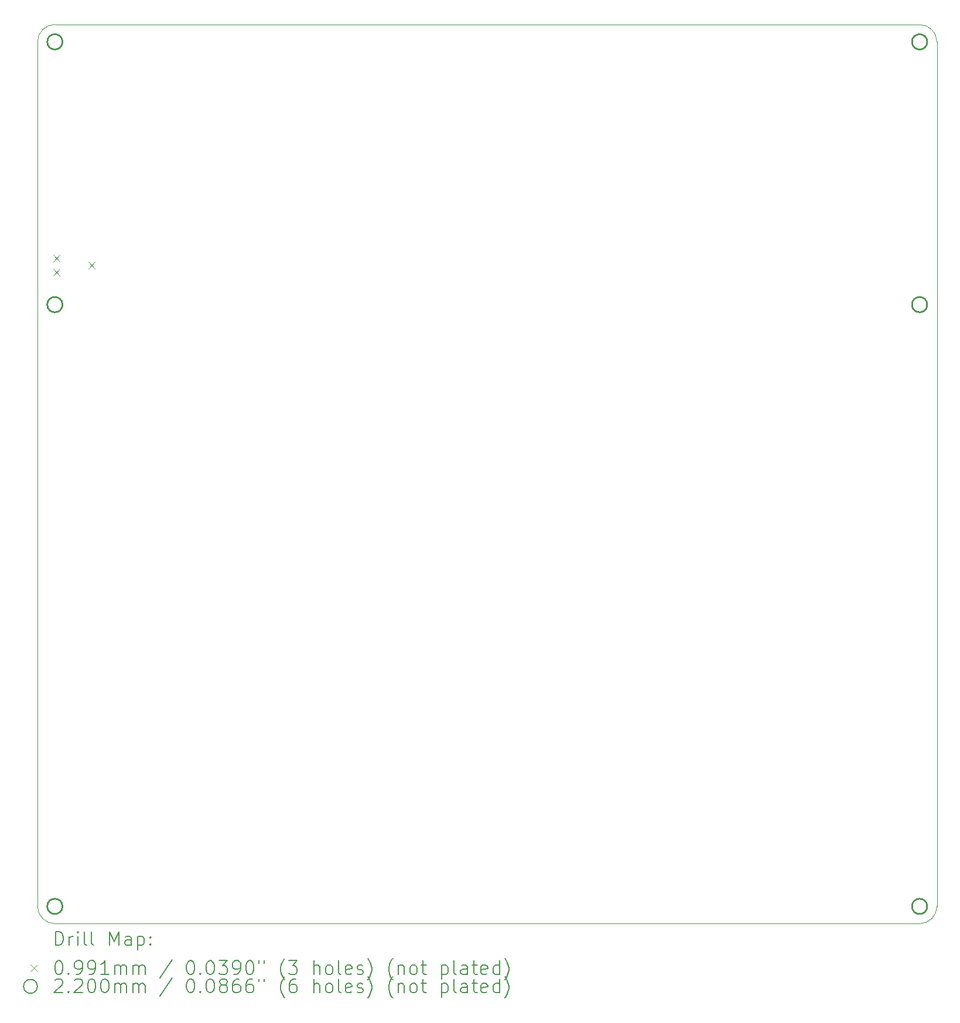
<source format=gbr>
%TF.GenerationSoftware,KiCad,Pcbnew,9.0.0*%
%TF.CreationDate,2025-03-20T12:53:02+01:00*%
%TF.ProjectId,backlight,6261636b-6c69-4676-9874-2e6b69636164,rev?*%
%TF.SameCoordinates,Original*%
%TF.FileFunction,Drillmap*%
%TF.FilePolarity,Positive*%
%FSLAX45Y45*%
G04 Gerber Fmt 4.5, Leading zero omitted, Abs format (unit mm)*
G04 Created by KiCad (PCBNEW 9.0.0) date 2025-03-20 12:53:02*
%MOMM*%
%LPD*%
G01*
G04 APERTURE LIST*
%ADD10C,0.050000*%
%ADD11C,0.200000*%
%ADD12C,0.100000*%
%ADD13C,0.220000*%
G04 APERTURE END LIST*
D10*
X5300000Y-2125000D02*
X17800000Y-2125000D01*
X17800000Y-15125000D02*
X5300000Y-15125000D01*
X5300000Y-15125000D02*
G75*
G02*
X5050000Y-14875000I0J250000D01*
G01*
X17800000Y-2125000D02*
G75*
G02*
X18050000Y-2375000I0J-250000D01*
G01*
X5050000Y-2375000D02*
G75*
G02*
X5300000Y-2125000I250000J0D01*
G01*
X5050000Y-14875000D02*
X5050000Y-2375000D01*
X18050000Y-2375000D02*
X18050000Y-14875000D01*
X18050000Y-14875000D02*
G75*
G02*
X17800000Y-15125000I-250000J0D01*
G01*
D11*
D12*
X5274570Y-5456270D02*
X5373630Y-5555330D01*
X5373630Y-5456270D02*
X5274570Y-5555330D01*
X5274570Y-5659470D02*
X5373630Y-5758530D01*
X5373630Y-5659470D02*
X5274570Y-5758530D01*
X5782570Y-5557870D02*
X5881630Y-5656930D01*
X5881630Y-5557870D02*
X5782570Y-5656930D01*
D13*
X5410000Y-2375000D02*
G75*
G02*
X5190000Y-2375000I-110000J0D01*
G01*
X5190000Y-2375000D02*
G75*
G02*
X5410000Y-2375000I110000J0D01*
G01*
X5410000Y-6175000D02*
G75*
G02*
X5190000Y-6175000I-110000J0D01*
G01*
X5190000Y-6175000D02*
G75*
G02*
X5410000Y-6175000I110000J0D01*
G01*
X5410000Y-14875000D02*
G75*
G02*
X5190000Y-14875000I-110000J0D01*
G01*
X5190000Y-14875000D02*
G75*
G02*
X5410000Y-14875000I110000J0D01*
G01*
X17910000Y-2375000D02*
G75*
G02*
X17690000Y-2375000I-110000J0D01*
G01*
X17690000Y-2375000D02*
G75*
G02*
X17910000Y-2375000I110000J0D01*
G01*
X17910000Y-6175000D02*
G75*
G02*
X17690000Y-6175000I-110000J0D01*
G01*
X17690000Y-6175000D02*
G75*
G02*
X17910000Y-6175000I110000J0D01*
G01*
X17910000Y-14875000D02*
G75*
G02*
X17690000Y-14875000I-110000J0D01*
G01*
X17690000Y-14875000D02*
G75*
G02*
X17910000Y-14875000I110000J0D01*
G01*
D11*
X5308277Y-15438984D02*
X5308277Y-15238984D01*
X5308277Y-15238984D02*
X5355896Y-15238984D01*
X5355896Y-15238984D02*
X5384467Y-15248508D01*
X5384467Y-15248508D02*
X5403515Y-15267555D01*
X5403515Y-15267555D02*
X5413039Y-15286603D01*
X5413039Y-15286603D02*
X5422563Y-15324698D01*
X5422563Y-15324698D02*
X5422563Y-15353269D01*
X5422563Y-15353269D02*
X5413039Y-15391365D01*
X5413039Y-15391365D02*
X5403515Y-15410412D01*
X5403515Y-15410412D02*
X5384467Y-15429460D01*
X5384467Y-15429460D02*
X5355896Y-15438984D01*
X5355896Y-15438984D02*
X5308277Y-15438984D01*
X5508277Y-15438984D02*
X5508277Y-15305650D01*
X5508277Y-15343746D02*
X5517801Y-15324698D01*
X5517801Y-15324698D02*
X5527324Y-15315174D01*
X5527324Y-15315174D02*
X5546372Y-15305650D01*
X5546372Y-15305650D02*
X5565420Y-15305650D01*
X5632086Y-15438984D02*
X5632086Y-15305650D01*
X5632086Y-15238984D02*
X5622562Y-15248508D01*
X5622562Y-15248508D02*
X5632086Y-15258031D01*
X5632086Y-15258031D02*
X5641610Y-15248508D01*
X5641610Y-15248508D02*
X5632086Y-15238984D01*
X5632086Y-15238984D02*
X5632086Y-15258031D01*
X5755896Y-15438984D02*
X5736848Y-15429460D01*
X5736848Y-15429460D02*
X5727324Y-15410412D01*
X5727324Y-15410412D02*
X5727324Y-15238984D01*
X5860658Y-15438984D02*
X5841610Y-15429460D01*
X5841610Y-15429460D02*
X5832086Y-15410412D01*
X5832086Y-15410412D02*
X5832086Y-15238984D01*
X6089229Y-15438984D02*
X6089229Y-15238984D01*
X6089229Y-15238984D02*
X6155896Y-15381841D01*
X6155896Y-15381841D02*
X6222562Y-15238984D01*
X6222562Y-15238984D02*
X6222562Y-15438984D01*
X6403515Y-15438984D02*
X6403515Y-15334222D01*
X6403515Y-15334222D02*
X6393991Y-15315174D01*
X6393991Y-15315174D02*
X6374943Y-15305650D01*
X6374943Y-15305650D02*
X6336848Y-15305650D01*
X6336848Y-15305650D02*
X6317801Y-15315174D01*
X6403515Y-15429460D02*
X6384467Y-15438984D01*
X6384467Y-15438984D02*
X6336848Y-15438984D01*
X6336848Y-15438984D02*
X6317801Y-15429460D01*
X6317801Y-15429460D02*
X6308277Y-15410412D01*
X6308277Y-15410412D02*
X6308277Y-15391365D01*
X6308277Y-15391365D02*
X6317801Y-15372317D01*
X6317801Y-15372317D02*
X6336848Y-15362793D01*
X6336848Y-15362793D02*
X6384467Y-15362793D01*
X6384467Y-15362793D02*
X6403515Y-15353269D01*
X6498753Y-15305650D02*
X6498753Y-15505650D01*
X6498753Y-15315174D02*
X6517801Y-15305650D01*
X6517801Y-15305650D02*
X6555896Y-15305650D01*
X6555896Y-15305650D02*
X6574943Y-15315174D01*
X6574943Y-15315174D02*
X6584467Y-15324698D01*
X6584467Y-15324698D02*
X6593991Y-15343746D01*
X6593991Y-15343746D02*
X6593991Y-15400888D01*
X6593991Y-15400888D02*
X6584467Y-15419936D01*
X6584467Y-15419936D02*
X6574943Y-15429460D01*
X6574943Y-15429460D02*
X6555896Y-15438984D01*
X6555896Y-15438984D02*
X6517801Y-15438984D01*
X6517801Y-15438984D02*
X6498753Y-15429460D01*
X6679705Y-15419936D02*
X6689229Y-15429460D01*
X6689229Y-15429460D02*
X6679705Y-15438984D01*
X6679705Y-15438984D02*
X6670182Y-15429460D01*
X6670182Y-15429460D02*
X6679705Y-15419936D01*
X6679705Y-15419936D02*
X6679705Y-15438984D01*
X6679705Y-15315174D02*
X6689229Y-15324698D01*
X6689229Y-15324698D02*
X6679705Y-15334222D01*
X6679705Y-15334222D02*
X6670182Y-15324698D01*
X6670182Y-15324698D02*
X6679705Y-15315174D01*
X6679705Y-15315174D02*
X6679705Y-15334222D01*
D12*
X4948440Y-15717970D02*
X5047500Y-15817030D01*
X5047500Y-15717970D02*
X4948440Y-15817030D01*
D11*
X5346372Y-15658984D02*
X5365420Y-15658984D01*
X5365420Y-15658984D02*
X5384467Y-15668508D01*
X5384467Y-15668508D02*
X5393991Y-15678031D01*
X5393991Y-15678031D02*
X5403515Y-15697079D01*
X5403515Y-15697079D02*
X5413039Y-15735174D01*
X5413039Y-15735174D02*
X5413039Y-15782793D01*
X5413039Y-15782793D02*
X5403515Y-15820888D01*
X5403515Y-15820888D02*
X5393991Y-15839936D01*
X5393991Y-15839936D02*
X5384467Y-15849460D01*
X5384467Y-15849460D02*
X5365420Y-15858984D01*
X5365420Y-15858984D02*
X5346372Y-15858984D01*
X5346372Y-15858984D02*
X5327324Y-15849460D01*
X5327324Y-15849460D02*
X5317801Y-15839936D01*
X5317801Y-15839936D02*
X5308277Y-15820888D01*
X5308277Y-15820888D02*
X5298753Y-15782793D01*
X5298753Y-15782793D02*
X5298753Y-15735174D01*
X5298753Y-15735174D02*
X5308277Y-15697079D01*
X5308277Y-15697079D02*
X5317801Y-15678031D01*
X5317801Y-15678031D02*
X5327324Y-15668508D01*
X5327324Y-15668508D02*
X5346372Y-15658984D01*
X5498753Y-15839936D02*
X5508277Y-15849460D01*
X5508277Y-15849460D02*
X5498753Y-15858984D01*
X5498753Y-15858984D02*
X5489229Y-15849460D01*
X5489229Y-15849460D02*
X5498753Y-15839936D01*
X5498753Y-15839936D02*
X5498753Y-15858984D01*
X5603515Y-15858984D02*
X5641610Y-15858984D01*
X5641610Y-15858984D02*
X5660658Y-15849460D01*
X5660658Y-15849460D02*
X5670182Y-15839936D01*
X5670182Y-15839936D02*
X5689229Y-15811365D01*
X5689229Y-15811365D02*
X5698753Y-15773269D01*
X5698753Y-15773269D02*
X5698753Y-15697079D01*
X5698753Y-15697079D02*
X5689229Y-15678031D01*
X5689229Y-15678031D02*
X5679705Y-15668508D01*
X5679705Y-15668508D02*
X5660658Y-15658984D01*
X5660658Y-15658984D02*
X5622562Y-15658984D01*
X5622562Y-15658984D02*
X5603515Y-15668508D01*
X5603515Y-15668508D02*
X5593991Y-15678031D01*
X5593991Y-15678031D02*
X5584467Y-15697079D01*
X5584467Y-15697079D02*
X5584467Y-15744698D01*
X5584467Y-15744698D02*
X5593991Y-15763746D01*
X5593991Y-15763746D02*
X5603515Y-15773269D01*
X5603515Y-15773269D02*
X5622562Y-15782793D01*
X5622562Y-15782793D02*
X5660658Y-15782793D01*
X5660658Y-15782793D02*
X5679705Y-15773269D01*
X5679705Y-15773269D02*
X5689229Y-15763746D01*
X5689229Y-15763746D02*
X5698753Y-15744698D01*
X5793991Y-15858984D02*
X5832086Y-15858984D01*
X5832086Y-15858984D02*
X5851134Y-15849460D01*
X5851134Y-15849460D02*
X5860658Y-15839936D01*
X5860658Y-15839936D02*
X5879705Y-15811365D01*
X5879705Y-15811365D02*
X5889229Y-15773269D01*
X5889229Y-15773269D02*
X5889229Y-15697079D01*
X5889229Y-15697079D02*
X5879705Y-15678031D01*
X5879705Y-15678031D02*
X5870182Y-15668508D01*
X5870182Y-15668508D02*
X5851134Y-15658984D01*
X5851134Y-15658984D02*
X5813039Y-15658984D01*
X5813039Y-15658984D02*
X5793991Y-15668508D01*
X5793991Y-15668508D02*
X5784467Y-15678031D01*
X5784467Y-15678031D02*
X5774943Y-15697079D01*
X5774943Y-15697079D02*
X5774943Y-15744698D01*
X5774943Y-15744698D02*
X5784467Y-15763746D01*
X5784467Y-15763746D02*
X5793991Y-15773269D01*
X5793991Y-15773269D02*
X5813039Y-15782793D01*
X5813039Y-15782793D02*
X5851134Y-15782793D01*
X5851134Y-15782793D02*
X5870182Y-15773269D01*
X5870182Y-15773269D02*
X5879705Y-15763746D01*
X5879705Y-15763746D02*
X5889229Y-15744698D01*
X6079705Y-15858984D02*
X5965420Y-15858984D01*
X6022562Y-15858984D02*
X6022562Y-15658984D01*
X6022562Y-15658984D02*
X6003515Y-15687555D01*
X6003515Y-15687555D02*
X5984467Y-15706603D01*
X5984467Y-15706603D02*
X5965420Y-15716127D01*
X6165420Y-15858984D02*
X6165420Y-15725650D01*
X6165420Y-15744698D02*
X6174943Y-15735174D01*
X6174943Y-15735174D02*
X6193991Y-15725650D01*
X6193991Y-15725650D02*
X6222563Y-15725650D01*
X6222563Y-15725650D02*
X6241610Y-15735174D01*
X6241610Y-15735174D02*
X6251134Y-15754222D01*
X6251134Y-15754222D02*
X6251134Y-15858984D01*
X6251134Y-15754222D02*
X6260658Y-15735174D01*
X6260658Y-15735174D02*
X6279705Y-15725650D01*
X6279705Y-15725650D02*
X6308277Y-15725650D01*
X6308277Y-15725650D02*
X6327324Y-15735174D01*
X6327324Y-15735174D02*
X6336848Y-15754222D01*
X6336848Y-15754222D02*
X6336848Y-15858984D01*
X6432086Y-15858984D02*
X6432086Y-15725650D01*
X6432086Y-15744698D02*
X6441610Y-15735174D01*
X6441610Y-15735174D02*
X6460658Y-15725650D01*
X6460658Y-15725650D02*
X6489229Y-15725650D01*
X6489229Y-15725650D02*
X6508277Y-15735174D01*
X6508277Y-15735174D02*
X6517801Y-15754222D01*
X6517801Y-15754222D02*
X6517801Y-15858984D01*
X6517801Y-15754222D02*
X6527324Y-15735174D01*
X6527324Y-15735174D02*
X6546372Y-15725650D01*
X6546372Y-15725650D02*
X6574943Y-15725650D01*
X6574943Y-15725650D02*
X6593991Y-15735174D01*
X6593991Y-15735174D02*
X6603515Y-15754222D01*
X6603515Y-15754222D02*
X6603515Y-15858984D01*
X6993991Y-15649460D02*
X6822563Y-15906603D01*
X7251134Y-15658984D02*
X7270182Y-15658984D01*
X7270182Y-15658984D02*
X7289229Y-15668508D01*
X7289229Y-15668508D02*
X7298753Y-15678031D01*
X7298753Y-15678031D02*
X7308277Y-15697079D01*
X7308277Y-15697079D02*
X7317801Y-15735174D01*
X7317801Y-15735174D02*
X7317801Y-15782793D01*
X7317801Y-15782793D02*
X7308277Y-15820888D01*
X7308277Y-15820888D02*
X7298753Y-15839936D01*
X7298753Y-15839936D02*
X7289229Y-15849460D01*
X7289229Y-15849460D02*
X7270182Y-15858984D01*
X7270182Y-15858984D02*
X7251134Y-15858984D01*
X7251134Y-15858984D02*
X7232086Y-15849460D01*
X7232086Y-15849460D02*
X7222563Y-15839936D01*
X7222563Y-15839936D02*
X7213039Y-15820888D01*
X7213039Y-15820888D02*
X7203515Y-15782793D01*
X7203515Y-15782793D02*
X7203515Y-15735174D01*
X7203515Y-15735174D02*
X7213039Y-15697079D01*
X7213039Y-15697079D02*
X7222563Y-15678031D01*
X7222563Y-15678031D02*
X7232086Y-15668508D01*
X7232086Y-15668508D02*
X7251134Y-15658984D01*
X7403515Y-15839936D02*
X7413039Y-15849460D01*
X7413039Y-15849460D02*
X7403515Y-15858984D01*
X7403515Y-15858984D02*
X7393991Y-15849460D01*
X7393991Y-15849460D02*
X7403515Y-15839936D01*
X7403515Y-15839936D02*
X7403515Y-15858984D01*
X7536848Y-15658984D02*
X7555896Y-15658984D01*
X7555896Y-15658984D02*
X7574944Y-15668508D01*
X7574944Y-15668508D02*
X7584467Y-15678031D01*
X7584467Y-15678031D02*
X7593991Y-15697079D01*
X7593991Y-15697079D02*
X7603515Y-15735174D01*
X7603515Y-15735174D02*
X7603515Y-15782793D01*
X7603515Y-15782793D02*
X7593991Y-15820888D01*
X7593991Y-15820888D02*
X7584467Y-15839936D01*
X7584467Y-15839936D02*
X7574944Y-15849460D01*
X7574944Y-15849460D02*
X7555896Y-15858984D01*
X7555896Y-15858984D02*
X7536848Y-15858984D01*
X7536848Y-15858984D02*
X7517801Y-15849460D01*
X7517801Y-15849460D02*
X7508277Y-15839936D01*
X7508277Y-15839936D02*
X7498753Y-15820888D01*
X7498753Y-15820888D02*
X7489229Y-15782793D01*
X7489229Y-15782793D02*
X7489229Y-15735174D01*
X7489229Y-15735174D02*
X7498753Y-15697079D01*
X7498753Y-15697079D02*
X7508277Y-15678031D01*
X7508277Y-15678031D02*
X7517801Y-15668508D01*
X7517801Y-15668508D02*
X7536848Y-15658984D01*
X7670182Y-15658984D02*
X7793991Y-15658984D01*
X7793991Y-15658984D02*
X7727325Y-15735174D01*
X7727325Y-15735174D02*
X7755896Y-15735174D01*
X7755896Y-15735174D02*
X7774944Y-15744698D01*
X7774944Y-15744698D02*
X7784467Y-15754222D01*
X7784467Y-15754222D02*
X7793991Y-15773269D01*
X7793991Y-15773269D02*
X7793991Y-15820888D01*
X7793991Y-15820888D02*
X7784467Y-15839936D01*
X7784467Y-15839936D02*
X7774944Y-15849460D01*
X7774944Y-15849460D02*
X7755896Y-15858984D01*
X7755896Y-15858984D02*
X7698753Y-15858984D01*
X7698753Y-15858984D02*
X7679706Y-15849460D01*
X7679706Y-15849460D02*
X7670182Y-15839936D01*
X7889229Y-15858984D02*
X7927325Y-15858984D01*
X7927325Y-15858984D02*
X7946372Y-15849460D01*
X7946372Y-15849460D02*
X7955896Y-15839936D01*
X7955896Y-15839936D02*
X7974944Y-15811365D01*
X7974944Y-15811365D02*
X7984467Y-15773269D01*
X7984467Y-15773269D02*
X7984467Y-15697079D01*
X7984467Y-15697079D02*
X7974944Y-15678031D01*
X7974944Y-15678031D02*
X7965420Y-15668508D01*
X7965420Y-15668508D02*
X7946372Y-15658984D01*
X7946372Y-15658984D02*
X7908277Y-15658984D01*
X7908277Y-15658984D02*
X7889229Y-15668508D01*
X7889229Y-15668508D02*
X7879706Y-15678031D01*
X7879706Y-15678031D02*
X7870182Y-15697079D01*
X7870182Y-15697079D02*
X7870182Y-15744698D01*
X7870182Y-15744698D02*
X7879706Y-15763746D01*
X7879706Y-15763746D02*
X7889229Y-15773269D01*
X7889229Y-15773269D02*
X7908277Y-15782793D01*
X7908277Y-15782793D02*
X7946372Y-15782793D01*
X7946372Y-15782793D02*
X7965420Y-15773269D01*
X7965420Y-15773269D02*
X7974944Y-15763746D01*
X7974944Y-15763746D02*
X7984467Y-15744698D01*
X8108277Y-15658984D02*
X8127325Y-15658984D01*
X8127325Y-15658984D02*
X8146372Y-15668508D01*
X8146372Y-15668508D02*
X8155896Y-15678031D01*
X8155896Y-15678031D02*
X8165420Y-15697079D01*
X8165420Y-15697079D02*
X8174944Y-15735174D01*
X8174944Y-15735174D02*
X8174944Y-15782793D01*
X8174944Y-15782793D02*
X8165420Y-15820888D01*
X8165420Y-15820888D02*
X8155896Y-15839936D01*
X8155896Y-15839936D02*
X8146372Y-15849460D01*
X8146372Y-15849460D02*
X8127325Y-15858984D01*
X8127325Y-15858984D02*
X8108277Y-15858984D01*
X8108277Y-15858984D02*
X8089229Y-15849460D01*
X8089229Y-15849460D02*
X8079706Y-15839936D01*
X8079706Y-15839936D02*
X8070182Y-15820888D01*
X8070182Y-15820888D02*
X8060658Y-15782793D01*
X8060658Y-15782793D02*
X8060658Y-15735174D01*
X8060658Y-15735174D02*
X8070182Y-15697079D01*
X8070182Y-15697079D02*
X8079706Y-15678031D01*
X8079706Y-15678031D02*
X8089229Y-15668508D01*
X8089229Y-15668508D02*
X8108277Y-15658984D01*
X8251134Y-15658984D02*
X8251134Y-15697079D01*
X8327325Y-15658984D02*
X8327325Y-15697079D01*
X8622563Y-15935174D02*
X8613039Y-15925650D01*
X8613039Y-15925650D02*
X8593991Y-15897079D01*
X8593991Y-15897079D02*
X8584468Y-15878031D01*
X8584468Y-15878031D02*
X8574944Y-15849460D01*
X8574944Y-15849460D02*
X8565420Y-15801841D01*
X8565420Y-15801841D02*
X8565420Y-15763746D01*
X8565420Y-15763746D02*
X8574944Y-15716127D01*
X8574944Y-15716127D02*
X8584468Y-15687555D01*
X8584468Y-15687555D02*
X8593991Y-15668508D01*
X8593991Y-15668508D02*
X8613039Y-15639936D01*
X8613039Y-15639936D02*
X8622563Y-15630412D01*
X8679706Y-15658984D02*
X8803515Y-15658984D01*
X8803515Y-15658984D02*
X8736849Y-15735174D01*
X8736849Y-15735174D02*
X8765420Y-15735174D01*
X8765420Y-15735174D02*
X8784468Y-15744698D01*
X8784468Y-15744698D02*
X8793991Y-15754222D01*
X8793991Y-15754222D02*
X8803515Y-15773269D01*
X8803515Y-15773269D02*
X8803515Y-15820888D01*
X8803515Y-15820888D02*
X8793991Y-15839936D01*
X8793991Y-15839936D02*
X8784468Y-15849460D01*
X8784468Y-15849460D02*
X8765420Y-15858984D01*
X8765420Y-15858984D02*
X8708277Y-15858984D01*
X8708277Y-15858984D02*
X8689230Y-15849460D01*
X8689230Y-15849460D02*
X8679706Y-15839936D01*
X9041611Y-15858984D02*
X9041611Y-15658984D01*
X9127325Y-15858984D02*
X9127325Y-15754222D01*
X9127325Y-15754222D02*
X9117801Y-15735174D01*
X9117801Y-15735174D02*
X9098753Y-15725650D01*
X9098753Y-15725650D02*
X9070182Y-15725650D01*
X9070182Y-15725650D02*
X9051134Y-15735174D01*
X9051134Y-15735174D02*
X9041611Y-15744698D01*
X9251134Y-15858984D02*
X9232087Y-15849460D01*
X9232087Y-15849460D02*
X9222563Y-15839936D01*
X9222563Y-15839936D02*
X9213039Y-15820888D01*
X9213039Y-15820888D02*
X9213039Y-15763746D01*
X9213039Y-15763746D02*
X9222563Y-15744698D01*
X9222563Y-15744698D02*
X9232087Y-15735174D01*
X9232087Y-15735174D02*
X9251134Y-15725650D01*
X9251134Y-15725650D02*
X9279706Y-15725650D01*
X9279706Y-15725650D02*
X9298753Y-15735174D01*
X9298753Y-15735174D02*
X9308277Y-15744698D01*
X9308277Y-15744698D02*
X9317801Y-15763746D01*
X9317801Y-15763746D02*
X9317801Y-15820888D01*
X9317801Y-15820888D02*
X9308277Y-15839936D01*
X9308277Y-15839936D02*
X9298753Y-15849460D01*
X9298753Y-15849460D02*
X9279706Y-15858984D01*
X9279706Y-15858984D02*
X9251134Y-15858984D01*
X9432087Y-15858984D02*
X9413039Y-15849460D01*
X9413039Y-15849460D02*
X9403515Y-15830412D01*
X9403515Y-15830412D02*
X9403515Y-15658984D01*
X9584468Y-15849460D02*
X9565420Y-15858984D01*
X9565420Y-15858984D02*
X9527325Y-15858984D01*
X9527325Y-15858984D02*
X9508277Y-15849460D01*
X9508277Y-15849460D02*
X9498753Y-15830412D01*
X9498753Y-15830412D02*
X9498753Y-15754222D01*
X9498753Y-15754222D02*
X9508277Y-15735174D01*
X9508277Y-15735174D02*
X9527325Y-15725650D01*
X9527325Y-15725650D02*
X9565420Y-15725650D01*
X9565420Y-15725650D02*
X9584468Y-15735174D01*
X9584468Y-15735174D02*
X9593992Y-15754222D01*
X9593992Y-15754222D02*
X9593992Y-15773269D01*
X9593992Y-15773269D02*
X9498753Y-15792317D01*
X9670182Y-15849460D02*
X9689230Y-15858984D01*
X9689230Y-15858984D02*
X9727325Y-15858984D01*
X9727325Y-15858984D02*
X9746373Y-15849460D01*
X9746373Y-15849460D02*
X9755896Y-15830412D01*
X9755896Y-15830412D02*
X9755896Y-15820888D01*
X9755896Y-15820888D02*
X9746373Y-15801841D01*
X9746373Y-15801841D02*
X9727325Y-15792317D01*
X9727325Y-15792317D02*
X9698753Y-15792317D01*
X9698753Y-15792317D02*
X9679706Y-15782793D01*
X9679706Y-15782793D02*
X9670182Y-15763746D01*
X9670182Y-15763746D02*
X9670182Y-15754222D01*
X9670182Y-15754222D02*
X9679706Y-15735174D01*
X9679706Y-15735174D02*
X9698753Y-15725650D01*
X9698753Y-15725650D02*
X9727325Y-15725650D01*
X9727325Y-15725650D02*
X9746373Y-15735174D01*
X9822563Y-15935174D02*
X9832087Y-15925650D01*
X9832087Y-15925650D02*
X9851134Y-15897079D01*
X9851134Y-15897079D02*
X9860658Y-15878031D01*
X9860658Y-15878031D02*
X9870182Y-15849460D01*
X9870182Y-15849460D02*
X9879706Y-15801841D01*
X9879706Y-15801841D02*
X9879706Y-15763746D01*
X9879706Y-15763746D02*
X9870182Y-15716127D01*
X9870182Y-15716127D02*
X9860658Y-15687555D01*
X9860658Y-15687555D02*
X9851134Y-15668508D01*
X9851134Y-15668508D02*
X9832087Y-15639936D01*
X9832087Y-15639936D02*
X9822563Y-15630412D01*
X10184468Y-15935174D02*
X10174944Y-15925650D01*
X10174944Y-15925650D02*
X10155896Y-15897079D01*
X10155896Y-15897079D02*
X10146373Y-15878031D01*
X10146373Y-15878031D02*
X10136849Y-15849460D01*
X10136849Y-15849460D02*
X10127325Y-15801841D01*
X10127325Y-15801841D02*
X10127325Y-15763746D01*
X10127325Y-15763746D02*
X10136849Y-15716127D01*
X10136849Y-15716127D02*
X10146373Y-15687555D01*
X10146373Y-15687555D02*
X10155896Y-15668508D01*
X10155896Y-15668508D02*
X10174944Y-15639936D01*
X10174944Y-15639936D02*
X10184468Y-15630412D01*
X10260658Y-15725650D02*
X10260658Y-15858984D01*
X10260658Y-15744698D02*
X10270182Y-15735174D01*
X10270182Y-15735174D02*
X10289230Y-15725650D01*
X10289230Y-15725650D02*
X10317801Y-15725650D01*
X10317801Y-15725650D02*
X10336849Y-15735174D01*
X10336849Y-15735174D02*
X10346373Y-15754222D01*
X10346373Y-15754222D02*
X10346373Y-15858984D01*
X10470182Y-15858984D02*
X10451134Y-15849460D01*
X10451134Y-15849460D02*
X10441611Y-15839936D01*
X10441611Y-15839936D02*
X10432087Y-15820888D01*
X10432087Y-15820888D02*
X10432087Y-15763746D01*
X10432087Y-15763746D02*
X10441611Y-15744698D01*
X10441611Y-15744698D02*
X10451134Y-15735174D01*
X10451134Y-15735174D02*
X10470182Y-15725650D01*
X10470182Y-15725650D02*
X10498754Y-15725650D01*
X10498754Y-15725650D02*
X10517801Y-15735174D01*
X10517801Y-15735174D02*
X10527325Y-15744698D01*
X10527325Y-15744698D02*
X10536849Y-15763746D01*
X10536849Y-15763746D02*
X10536849Y-15820888D01*
X10536849Y-15820888D02*
X10527325Y-15839936D01*
X10527325Y-15839936D02*
X10517801Y-15849460D01*
X10517801Y-15849460D02*
X10498754Y-15858984D01*
X10498754Y-15858984D02*
X10470182Y-15858984D01*
X10593992Y-15725650D02*
X10670182Y-15725650D01*
X10622563Y-15658984D02*
X10622563Y-15830412D01*
X10622563Y-15830412D02*
X10632087Y-15849460D01*
X10632087Y-15849460D02*
X10651134Y-15858984D01*
X10651134Y-15858984D02*
X10670182Y-15858984D01*
X10889230Y-15725650D02*
X10889230Y-15925650D01*
X10889230Y-15735174D02*
X10908277Y-15725650D01*
X10908277Y-15725650D02*
X10946373Y-15725650D01*
X10946373Y-15725650D02*
X10965420Y-15735174D01*
X10965420Y-15735174D02*
X10974944Y-15744698D01*
X10974944Y-15744698D02*
X10984468Y-15763746D01*
X10984468Y-15763746D02*
X10984468Y-15820888D01*
X10984468Y-15820888D02*
X10974944Y-15839936D01*
X10974944Y-15839936D02*
X10965420Y-15849460D01*
X10965420Y-15849460D02*
X10946373Y-15858984D01*
X10946373Y-15858984D02*
X10908277Y-15858984D01*
X10908277Y-15858984D02*
X10889230Y-15849460D01*
X11098754Y-15858984D02*
X11079706Y-15849460D01*
X11079706Y-15849460D02*
X11070182Y-15830412D01*
X11070182Y-15830412D02*
X11070182Y-15658984D01*
X11260658Y-15858984D02*
X11260658Y-15754222D01*
X11260658Y-15754222D02*
X11251134Y-15735174D01*
X11251134Y-15735174D02*
X11232087Y-15725650D01*
X11232087Y-15725650D02*
X11193992Y-15725650D01*
X11193992Y-15725650D02*
X11174944Y-15735174D01*
X11260658Y-15849460D02*
X11241611Y-15858984D01*
X11241611Y-15858984D02*
X11193992Y-15858984D01*
X11193992Y-15858984D02*
X11174944Y-15849460D01*
X11174944Y-15849460D02*
X11165420Y-15830412D01*
X11165420Y-15830412D02*
X11165420Y-15811365D01*
X11165420Y-15811365D02*
X11174944Y-15792317D01*
X11174944Y-15792317D02*
X11193992Y-15782793D01*
X11193992Y-15782793D02*
X11241611Y-15782793D01*
X11241611Y-15782793D02*
X11260658Y-15773269D01*
X11327325Y-15725650D02*
X11403515Y-15725650D01*
X11355896Y-15658984D02*
X11355896Y-15830412D01*
X11355896Y-15830412D02*
X11365420Y-15849460D01*
X11365420Y-15849460D02*
X11384468Y-15858984D01*
X11384468Y-15858984D02*
X11403515Y-15858984D01*
X11546373Y-15849460D02*
X11527325Y-15858984D01*
X11527325Y-15858984D02*
X11489230Y-15858984D01*
X11489230Y-15858984D02*
X11470182Y-15849460D01*
X11470182Y-15849460D02*
X11460658Y-15830412D01*
X11460658Y-15830412D02*
X11460658Y-15754222D01*
X11460658Y-15754222D02*
X11470182Y-15735174D01*
X11470182Y-15735174D02*
X11489230Y-15725650D01*
X11489230Y-15725650D02*
X11527325Y-15725650D01*
X11527325Y-15725650D02*
X11546373Y-15735174D01*
X11546373Y-15735174D02*
X11555896Y-15754222D01*
X11555896Y-15754222D02*
X11555896Y-15773269D01*
X11555896Y-15773269D02*
X11460658Y-15792317D01*
X11727325Y-15858984D02*
X11727325Y-15658984D01*
X11727325Y-15849460D02*
X11708277Y-15858984D01*
X11708277Y-15858984D02*
X11670182Y-15858984D01*
X11670182Y-15858984D02*
X11651134Y-15849460D01*
X11651134Y-15849460D02*
X11641611Y-15839936D01*
X11641611Y-15839936D02*
X11632087Y-15820888D01*
X11632087Y-15820888D02*
X11632087Y-15763746D01*
X11632087Y-15763746D02*
X11641611Y-15744698D01*
X11641611Y-15744698D02*
X11651134Y-15735174D01*
X11651134Y-15735174D02*
X11670182Y-15725650D01*
X11670182Y-15725650D02*
X11708277Y-15725650D01*
X11708277Y-15725650D02*
X11727325Y-15735174D01*
X11803515Y-15935174D02*
X11813039Y-15925650D01*
X11813039Y-15925650D02*
X11832087Y-15897079D01*
X11832087Y-15897079D02*
X11841611Y-15878031D01*
X11841611Y-15878031D02*
X11851134Y-15849460D01*
X11851134Y-15849460D02*
X11860658Y-15801841D01*
X11860658Y-15801841D02*
X11860658Y-15763746D01*
X11860658Y-15763746D02*
X11851134Y-15716127D01*
X11851134Y-15716127D02*
X11841611Y-15687555D01*
X11841611Y-15687555D02*
X11832087Y-15668508D01*
X11832087Y-15668508D02*
X11813039Y-15639936D01*
X11813039Y-15639936D02*
X11803515Y-15630412D01*
X5047500Y-16031500D02*
G75*
G02*
X4847500Y-16031500I-100000J0D01*
G01*
X4847500Y-16031500D02*
G75*
G02*
X5047500Y-16031500I100000J0D01*
G01*
X5298753Y-15942031D02*
X5308277Y-15932508D01*
X5308277Y-15932508D02*
X5327324Y-15922984D01*
X5327324Y-15922984D02*
X5374944Y-15922984D01*
X5374944Y-15922984D02*
X5393991Y-15932508D01*
X5393991Y-15932508D02*
X5403515Y-15942031D01*
X5403515Y-15942031D02*
X5413039Y-15961079D01*
X5413039Y-15961079D02*
X5413039Y-15980127D01*
X5413039Y-15980127D02*
X5403515Y-16008698D01*
X5403515Y-16008698D02*
X5289229Y-16122984D01*
X5289229Y-16122984D02*
X5413039Y-16122984D01*
X5498753Y-16103936D02*
X5508277Y-16113460D01*
X5508277Y-16113460D02*
X5498753Y-16122984D01*
X5498753Y-16122984D02*
X5489229Y-16113460D01*
X5489229Y-16113460D02*
X5498753Y-16103936D01*
X5498753Y-16103936D02*
X5498753Y-16122984D01*
X5584467Y-15942031D02*
X5593991Y-15932508D01*
X5593991Y-15932508D02*
X5613039Y-15922984D01*
X5613039Y-15922984D02*
X5660658Y-15922984D01*
X5660658Y-15922984D02*
X5679705Y-15932508D01*
X5679705Y-15932508D02*
X5689229Y-15942031D01*
X5689229Y-15942031D02*
X5698753Y-15961079D01*
X5698753Y-15961079D02*
X5698753Y-15980127D01*
X5698753Y-15980127D02*
X5689229Y-16008698D01*
X5689229Y-16008698D02*
X5574944Y-16122984D01*
X5574944Y-16122984D02*
X5698753Y-16122984D01*
X5822562Y-15922984D02*
X5841610Y-15922984D01*
X5841610Y-15922984D02*
X5860658Y-15932508D01*
X5860658Y-15932508D02*
X5870182Y-15942031D01*
X5870182Y-15942031D02*
X5879705Y-15961079D01*
X5879705Y-15961079D02*
X5889229Y-15999174D01*
X5889229Y-15999174D02*
X5889229Y-16046793D01*
X5889229Y-16046793D02*
X5879705Y-16084888D01*
X5879705Y-16084888D02*
X5870182Y-16103936D01*
X5870182Y-16103936D02*
X5860658Y-16113460D01*
X5860658Y-16113460D02*
X5841610Y-16122984D01*
X5841610Y-16122984D02*
X5822562Y-16122984D01*
X5822562Y-16122984D02*
X5803515Y-16113460D01*
X5803515Y-16113460D02*
X5793991Y-16103936D01*
X5793991Y-16103936D02*
X5784467Y-16084888D01*
X5784467Y-16084888D02*
X5774943Y-16046793D01*
X5774943Y-16046793D02*
X5774943Y-15999174D01*
X5774943Y-15999174D02*
X5784467Y-15961079D01*
X5784467Y-15961079D02*
X5793991Y-15942031D01*
X5793991Y-15942031D02*
X5803515Y-15932508D01*
X5803515Y-15932508D02*
X5822562Y-15922984D01*
X6013039Y-15922984D02*
X6032086Y-15922984D01*
X6032086Y-15922984D02*
X6051134Y-15932508D01*
X6051134Y-15932508D02*
X6060658Y-15942031D01*
X6060658Y-15942031D02*
X6070182Y-15961079D01*
X6070182Y-15961079D02*
X6079705Y-15999174D01*
X6079705Y-15999174D02*
X6079705Y-16046793D01*
X6079705Y-16046793D02*
X6070182Y-16084888D01*
X6070182Y-16084888D02*
X6060658Y-16103936D01*
X6060658Y-16103936D02*
X6051134Y-16113460D01*
X6051134Y-16113460D02*
X6032086Y-16122984D01*
X6032086Y-16122984D02*
X6013039Y-16122984D01*
X6013039Y-16122984D02*
X5993991Y-16113460D01*
X5993991Y-16113460D02*
X5984467Y-16103936D01*
X5984467Y-16103936D02*
X5974943Y-16084888D01*
X5974943Y-16084888D02*
X5965420Y-16046793D01*
X5965420Y-16046793D02*
X5965420Y-15999174D01*
X5965420Y-15999174D02*
X5974943Y-15961079D01*
X5974943Y-15961079D02*
X5984467Y-15942031D01*
X5984467Y-15942031D02*
X5993991Y-15932508D01*
X5993991Y-15932508D02*
X6013039Y-15922984D01*
X6165420Y-16122984D02*
X6165420Y-15989650D01*
X6165420Y-16008698D02*
X6174943Y-15999174D01*
X6174943Y-15999174D02*
X6193991Y-15989650D01*
X6193991Y-15989650D02*
X6222563Y-15989650D01*
X6222563Y-15989650D02*
X6241610Y-15999174D01*
X6241610Y-15999174D02*
X6251134Y-16018222D01*
X6251134Y-16018222D02*
X6251134Y-16122984D01*
X6251134Y-16018222D02*
X6260658Y-15999174D01*
X6260658Y-15999174D02*
X6279705Y-15989650D01*
X6279705Y-15989650D02*
X6308277Y-15989650D01*
X6308277Y-15989650D02*
X6327324Y-15999174D01*
X6327324Y-15999174D02*
X6336848Y-16018222D01*
X6336848Y-16018222D02*
X6336848Y-16122984D01*
X6432086Y-16122984D02*
X6432086Y-15989650D01*
X6432086Y-16008698D02*
X6441610Y-15999174D01*
X6441610Y-15999174D02*
X6460658Y-15989650D01*
X6460658Y-15989650D02*
X6489229Y-15989650D01*
X6489229Y-15989650D02*
X6508277Y-15999174D01*
X6508277Y-15999174D02*
X6517801Y-16018222D01*
X6517801Y-16018222D02*
X6517801Y-16122984D01*
X6517801Y-16018222D02*
X6527324Y-15999174D01*
X6527324Y-15999174D02*
X6546372Y-15989650D01*
X6546372Y-15989650D02*
X6574943Y-15989650D01*
X6574943Y-15989650D02*
X6593991Y-15999174D01*
X6593991Y-15999174D02*
X6603515Y-16018222D01*
X6603515Y-16018222D02*
X6603515Y-16122984D01*
X6993991Y-15913460D02*
X6822563Y-16170603D01*
X7251134Y-15922984D02*
X7270182Y-15922984D01*
X7270182Y-15922984D02*
X7289229Y-15932508D01*
X7289229Y-15932508D02*
X7298753Y-15942031D01*
X7298753Y-15942031D02*
X7308277Y-15961079D01*
X7308277Y-15961079D02*
X7317801Y-15999174D01*
X7317801Y-15999174D02*
X7317801Y-16046793D01*
X7317801Y-16046793D02*
X7308277Y-16084888D01*
X7308277Y-16084888D02*
X7298753Y-16103936D01*
X7298753Y-16103936D02*
X7289229Y-16113460D01*
X7289229Y-16113460D02*
X7270182Y-16122984D01*
X7270182Y-16122984D02*
X7251134Y-16122984D01*
X7251134Y-16122984D02*
X7232086Y-16113460D01*
X7232086Y-16113460D02*
X7222563Y-16103936D01*
X7222563Y-16103936D02*
X7213039Y-16084888D01*
X7213039Y-16084888D02*
X7203515Y-16046793D01*
X7203515Y-16046793D02*
X7203515Y-15999174D01*
X7203515Y-15999174D02*
X7213039Y-15961079D01*
X7213039Y-15961079D02*
X7222563Y-15942031D01*
X7222563Y-15942031D02*
X7232086Y-15932508D01*
X7232086Y-15932508D02*
X7251134Y-15922984D01*
X7403515Y-16103936D02*
X7413039Y-16113460D01*
X7413039Y-16113460D02*
X7403515Y-16122984D01*
X7403515Y-16122984D02*
X7393991Y-16113460D01*
X7393991Y-16113460D02*
X7403515Y-16103936D01*
X7403515Y-16103936D02*
X7403515Y-16122984D01*
X7536848Y-15922984D02*
X7555896Y-15922984D01*
X7555896Y-15922984D02*
X7574944Y-15932508D01*
X7574944Y-15932508D02*
X7584467Y-15942031D01*
X7584467Y-15942031D02*
X7593991Y-15961079D01*
X7593991Y-15961079D02*
X7603515Y-15999174D01*
X7603515Y-15999174D02*
X7603515Y-16046793D01*
X7603515Y-16046793D02*
X7593991Y-16084888D01*
X7593991Y-16084888D02*
X7584467Y-16103936D01*
X7584467Y-16103936D02*
X7574944Y-16113460D01*
X7574944Y-16113460D02*
X7555896Y-16122984D01*
X7555896Y-16122984D02*
X7536848Y-16122984D01*
X7536848Y-16122984D02*
X7517801Y-16113460D01*
X7517801Y-16113460D02*
X7508277Y-16103936D01*
X7508277Y-16103936D02*
X7498753Y-16084888D01*
X7498753Y-16084888D02*
X7489229Y-16046793D01*
X7489229Y-16046793D02*
X7489229Y-15999174D01*
X7489229Y-15999174D02*
X7498753Y-15961079D01*
X7498753Y-15961079D02*
X7508277Y-15942031D01*
X7508277Y-15942031D02*
X7517801Y-15932508D01*
X7517801Y-15932508D02*
X7536848Y-15922984D01*
X7717801Y-16008698D02*
X7698753Y-15999174D01*
X7698753Y-15999174D02*
X7689229Y-15989650D01*
X7689229Y-15989650D02*
X7679706Y-15970603D01*
X7679706Y-15970603D02*
X7679706Y-15961079D01*
X7679706Y-15961079D02*
X7689229Y-15942031D01*
X7689229Y-15942031D02*
X7698753Y-15932508D01*
X7698753Y-15932508D02*
X7717801Y-15922984D01*
X7717801Y-15922984D02*
X7755896Y-15922984D01*
X7755896Y-15922984D02*
X7774944Y-15932508D01*
X7774944Y-15932508D02*
X7784467Y-15942031D01*
X7784467Y-15942031D02*
X7793991Y-15961079D01*
X7793991Y-15961079D02*
X7793991Y-15970603D01*
X7793991Y-15970603D02*
X7784467Y-15989650D01*
X7784467Y-15989650D02*
X7774944Y-15999174D01*
X7774944Y-15999174D02*
X7755896Y-16008698D01*
X7755896Y-16008698D02*
X7717801Y-16008698D01*
X7717801Y-16008698D02*
X7698753Y-16018222D01*
X7698753Y-16018222D02*
X7689229Y-16027746D01*
X7689229Y-16027746D02*
X7679706Y-16046793D01*
X7679706Y-16046793D02*
X7679706Y-16084888D01*
X7679706Y-16084888D02*
X7689229Y-16103936D01*
X7689229Y-16103936D02*
X7698753Y-16113460D01*
X7698753Y-16113460D02*
X7717801Y-16122984D01*
X7717801Y-16122984D02*
X7755896Y-16122984D01*
X7755896Y-16122984D02*
X7774944Y-16113460D01*
X7774944Y-16113460D02*
X7784467Y-16103936D01*
X7784467Y-16103936D02*
X7793991Y-16084888D01*
X7793991Y-16084888D02*
X7793991Y-16046793D01*
X7793991Y-16046793D02*
X7784467Y-16027746D01*
X7784467Y-16027746D02*
X7774944Y-16018222D01*
X7774944Y-16018222D02*
X7755896Y-16008698D01*
X7965420Y-15922984D02*
X7927325Y-15922984D01*
X7927325Y-15922984D02*
X7908277Y-15932508D01*
X7908277Y-15932508D02*
X7898753Y-15942031D01*
X7898753Y-15942031D02*
X7879706Y-15970603D01*
X7879706Y-15970603D02*
X7870182Y-16008698D01*
X7870182Y-16008698D02*
X7870182Y-16084888D01*
X7870182Y-16084888D02*
X7879706Y-16103936D01*
X7879706Y-16103936D02*
X7889229Y-16113460D01*
X7889229Y-16113460D02*
X7908277Y-16122984D01*
X7908277Y-16122984D02*
X7946372Y-16122984D01*
X7946372Y-16122984D02*
X7965420Y-16113460D01*
X7965420Y-16113460D02*
X7974944Y-16103936D01*
X7974944Y-16103936D02*
X7984467Y-16084888D01*
X7984467Y-16084888D02*
X7984467Y-16037269D01*
X7984467Y-16037269D02*
X7974944Y-16018222D01*
X7974944Y-16018222D02*
X7965420Y-16008698D01*
X7965420Y-16008698D02*
X7946372Y-15999174D01*
X7946372Y-15999174D02*
X7908277Y-15999174D01*
X7908277Y-15999174D02*
X7889229Y-16008698D01*
X7889229Y-16008698D02*
X7879706Y-16018222D01*
X7879706Y-16018222D02*
X7870182Y-16037269D01*
X8155896Y-15922984D02*
X8117801Y-15922984D01*
X8117801Y-15922984D02*
X8098753Y-15932508D01*
X8098753Y-15932508D02*
X8089229Y-15942031D01*
X8089229Y-15942031D02*
X8070182Y-15970603D01*
X8070182Y-15970603D02*
X8060658Y-16008698D01*
X8060658Y-16008698D02*
X8060658Y-16084888D01*
X8060658Y-16084888D02*
X8070182Y-16103936D01*
X8070182Y-16103936D02*
X8079706Y-16113460D01*
X8079706Y-16113460D02*
X8098753Y-16122984D01*
X8098753Y-16122984D02*
X8136848Y-16122984D01*
X8136848Y-16122984D02*
X8155896Y-16113460D01*
X8155896Y-16113460D02*
X8165420Y-16103936D01*
X8165420Y-16103936D02*
X8174944Y-16084888D01*
X8174944Y-16084888D02*
X8174944Y-16037269D01*
X8174944Y-16037269D02*
X8165420Y-16018222D01*
X8165420Y-16018222D02*
X8155896Y-16008698D01*
X8155896Y-16008698D02*
X8136848Y-15999174D01*
X8136848Y-15999174D02*
X8098753Y-15999174D01*
X8098753Y-15999174D02*
X8079706Y-16008698D01*
X8079706Y-16008698D02*
X8070182Y-16018222D01*
X8070182Y-16018222D02*
X8060658Y-16037269D01*
X8251134Y-15922984D02*
X8251134Y-15961079D01*
X8327325Y-15922984D02*
X8327325Y-15961079D01*
X8622563Y-16199174D02*
X8613039Y-16189650D01*
X8613039Y-16189650D02*
X8593991Y-16161079D01*
X8593991Y-16161079D02*
X8584468Y-16142031D01*
X8584468Y-16142031D02*
X8574944Y-16113460D01*
X8574944Y-16113460D02*
X8565420Y-16065841D01*
X8565420Y-16065841D02*
X8565420Y-16027746D01*
X8565420Y-16027746D02*
X8574944Y-15980127D01*
X8574944Y-15980127D02*
X8584468Y-15951555D01*
X8584468Y-15951555D02*
X8593991Y-15932508D01*
X8593991Y-15932508D02*
X8613039Y-15903936D01*
X8613039Y-15903936D02*
X8622563Y-15894412D01*
X8784468Y-15922984D02*
X8746372Y-15922984D01*
X8746372Y-15922984D02*
X8727325Y-15932508D01*
X8727325Y-15932508D02*
X8717801Y-15942031D01*
X8717801Y-15942031D02*
X8698753Y-15970603D01*
X8698753Y-15970603D02*
X8689230Y-16008698D01*
X8689230Y-16008698D02*
X8689230Y-16084888D01*
X8689230Y-16084888D02*
X8698753Y-16103936D01*
X8698753Y-16103936D02*
X8708277Y-16113460D01*
X8708277Y-16113460D02*
X8727325Y-16122984D01*
X8727325Y-16122984D02*
X8765420Y-16122984D01*
X8765420Y-16122984D02*
X8784468Y-16113460D01*
X8784468Y-16113460D02*
X8793991Y-16103936D01*
X8793991Y-16103936D02*
X8803515Y-16084888D01*
X8803515Y-16084888D02*
X8803515Y-16037269D01*
X8803515Y-16037269D02*
X8793991Y-16018222D01*
X8793991Y-16018222D02*
X8784468Y-16008698D01*
X8784468Y-16008698D02*
X8765420Y-15999174D01*
X8765420Y-15999174D02*
X8727325Y-15999174D01*
X8727325Y-15999174D02*
X8708277Y-16008698D01*
X8708277Y-16008698D02*
X8698753Y-16018222D01*
X8698753Y-16018222D02*
X8689230Y-16037269D01*
X9041611Y-16122984D02*
X9041611Y-15922984D01*
X9127325Y-16122984D02*
X9127325Y-16018222D01*
X9127325Y-16018222D02*
X9117801Y-15999174D01*
X9117801Y-15999174D02*
X9098753Y-15989650D01*
X9098753Y-15989650D02*
X9070182Y-15989650D01*
X9070182Y-15989650D02*
X9051134Y-15999174D01*
X9051134Y-15999174D02*
X9041611Y-16008698D01*
X9251134Y-16122984D02*
X9232087Y-16113460D01*
X9232087Y-16113460D02*
X9222563Y-16103936D01*
X9222563Y-16103936D02*
X9213039Y-16084888D01*
X9213039Y-16084888D02*
X9213039Y-16027746D01*
X9213039Y-16027746D02*
X9222563Y-16008698D01*
X9222563Y-16008698D02*
X9232087Y-15999174D01*
X9232087Y-15999174D02*
X9251134Y-15989650D01*
X9251134Y-15989650D02*
X9279706Y-15989650D01*
X9279706Y-15989650D02*
X9298753Y-15999174D01*
X9298753Y-15999174D02*
X9308277Y-16008698D01*
X9308277Y-16008698D02*
X9317801Y-16027746D01*
X9317801Y-16027746D02*
X9317801Y-16084888D01*
X9317801Y-16084888D02*
X9308277Y-16103936D01*
X9308277Y-16103936D02*
X9298753Y-16113460D01*
X9298753Y-16113460D02*
X9279706Y-16122984D01*
X9279706Y-16122984D02*
X9251134Y-16122984D01*
X9432087Y-16122984D02*
X9413039Y-16113460D01*
X9413039Y-16113460D02*
X9403515Y-16094412D01*
X9403515Y-16094412D02*
X9403515Y-15922984D01*
X9584468Y-16113460D02*
X9565420Y-16122984D01*
X9565420Y-16122984D02*
X9527325Y-16122984D01*
X9527325Y-16122984D02*
X9508277Y-16113460D01*
X9508277Y-16113460D02*
X9498753Y-16094412D01*
X9498753Y-16094412D02*
X9498753Y-16018222D01*
X9498753Y-16018222D02*
X9508277Y-15999174D01*
X9508277Y-15999174D02*
X9527325Y-15989650D01*
X9527325Y-15989650D02*
X9565420Y-15989650D01*
X9565420Y-15989650D02*
X9584468Y-15999174D01*
X9584468Y-15999174D02*
X9593992Y-16018222D01*
X9593992Y-16018222D02*
X9593992Y-16037269D01*
X9593992Y-16037269D02*
X9498753Y-16056317D01*
X9670182Y-16113460D02*
X9689230Y-16122984D01*
X9689230Y-16122984D02*
X9727325Y-16122984D01*
X9727325Y-16122984D02*
X9746373Y-16113460D01*
X9746373Y-16113460D02*
X9755896Y-16094412D01*
X9755896Y-16094412D02*
X9755896Y-16084888D01*
X9755896Y-16084888D02*
X9746373Y-16065841D01*
X9746373Y-16065841D02*
X9727325Y-16056317D01*
X9727325Y-16056317D02*
X9698753Y-16056317D01*
X9698753Y-16056317D02*
X9679706Y-16046793D01*
X9679706Y-16046793D02*
X9670182Y-16027746D01*
X9670182Y-16027746D02*
X9670182Y-16018222D01*
X9670182Y-16018222D02*
X9679706Y-15999174D01*
X9679706Y-15999174D02*
X9698753Y-15989650D01*
X9698753Y-15989650D02*
X9727325Y-15989650D01*
X9727325Y-15989650D02*
X9746373Y-15999174D01*
X9822563Y-16199174D02*
X9832087Y-16189650D01*
X9832087Y-16189650D02*
X9851134Y-16161079D01*
X9851134Y-16161079D02*
X9860658Y-16142031D01*
X9860658Y-16142031D02*
X9870182Y-16113460D01*
X9870182Y-16113460D02*
X9879706Y-16065841D01*
X9879706Y-16065841D02*
X9879706Y-16027746D01*
X9879706Y-16027746D02*
X9870182Y-15980127D01*
X9870182Y-15980127D02*
X9860658Y-15951555D01*
X9860658Y-15951555D02*
X9851134Y-15932508D01*
X9851134Y-15932508D02*
X9832087Y-15903936D01*
X9832087Y-15903936D02*
X9822563Y-15894412D01*
X10184468Y-16199174D02*
X10174944Y-16189650D01*
X10174944Y-16189650D02*
X10155896Y-16161079D01*
X10155896Y-16161079D02*
X10146373Y-16142031D01*
X10146373Y-16142031D02*
X10136849Y-16113460D01*
X10136849Y-16113460D02*
X10127325Y-16065841D01*
X10127325Y-16065841D02*
X10127325Y-16027746D01*
X10127325Y-16027746D02*
X10136849Y-15980127D01*
X10136849Y-15980127D02*
X10146373Y-15951555D01*
X10146373Y-15951555D02*
X10155896Y-15932508D01*
X10155896Y-15932508D02*
X10174944Y-15903936D01*
X10174944Y-15903936D02*
X10184468Y-15894412D01*
X10260658Y-15989650D02*
X10260658Y-16122984D01*
X10260658Y-16008698D02*
X10270182Y-15999174D01*
X10270182Y-15999174D02*
X10289230Y-15989650D01*
X10289230Y-15989650D02*
X10317801Y-15989650D01*
X10317801Y-15989650D02*
X10336849Y-15999174D01*
X10336849Y-15999174D02*
X10346373Y-16018222D01*
X10346373Y-16018222D02*
X10346373Y-16122984D01*
X10470182Y-16122984D02*
X10451134Y-16113460D01*
X10451134Y-16113460D02*
X10441611Y-16103936D01*
X10441611Y-16103936D02*
X10432087Y-16084888D01*
X10432087Y-16084888D02*
X10432087Y-16027746D01*
X10432087Y-16027746D02*
X10441611Y-16008698D01*
X10441611Y-16008698D02*
X10451134Y-15999174D01*
X10451134Y-15999174D02*
X10470182Y-15989650D01*
X10470182Y-15989650D02*
X10498754Y-15989650D01*
X10498754Y-15989650D02*
X10517801Y-15999174D01*
X10517801Y-15999174D02*
X10527325Y-16008698D01*
X10527325Y-16008698D02*
X10536849Y-16027746D01*
X10536849Y-16027746D02*
X10536849Y-16084888D01*
X10536849Y-16084888D02*
X10527325Y-16103936D01*
X10527325Y-16103936D02*
X10517801Y-16113460D01*
X10517801Y-16113460D02*
X10498754Y-16122984D01*
X10498754Y-16122984D02*
X10470182Y-16122984D01*
X10593992Y-15989650D02*
X10670182Y-15989650D01*
X10622563Y-15922984D02*
X10622563Y-16094412D01*
X10622563Y-16094412D02*
X10632087Y-16113460D01*
X10632087Y-16113460D02*
X10651134Y-16122984D01*
X10651134Y-16122984D02*
X10670182Y-16122984D01*
X10889230Y-15989650D02*
X10889230Y-16189650D01*
X10889230Y-15999174D02*
X10908277Y-15989650D01*
X10908277Y-15989650D02*
X10946373Y-15989650D01*
X10946373Y-15989650D02*
X10965420Y-15999174D01*
X10965420Y-15999174D02*
X10974944Y-16008698D01*
X10974944Y-16008698D02*
X10984468Y-16027746D01*
X10984468Y-16027746D02*
X10984468Y-16084888D01*
X10984468Y-16084888D02*
X10974944Y-16103936D01*
X10974944Y-16103936D02*
X10965420Y-16113460D01*
X10965420Y-16113460D02*
X10946373Y-16122984D01*
X10946373Y-16122984D02*
X10908277Y-16122984D01*
X10908277Y-16122984D02*
X10889230Y-16113460D01*
X11098754Y-16122984D02*
X11079706Y-16113460D01*
X11079706Y-16113460D02*
X11070182Y-16094412D01*
X11070182Y-16094412D02*
X11070182Y-15922984D01*
X11260658Y-16122984D02*
X11260658Y-16018222D01*
X11260658Y-16018222D02*
X11251134Y-15999174D01*
X11251134Y-15999174D02*
X11232087Y-15989650D01*
X11232087Y-15989650D02*
X11193992Y-15989650D01*
X11193992Y-15989650D02*
X11174944Y-15999174D01*
X11260658Y-16113460D02*
X11241611Y-16122984D01*
X11241611Y-16122984D02*
X11193992Y-16122984D01*
X11193992Y-16122984D02*
X11174944Y-16113460D01*
X11174944Y-16113460D02*
X11165420Y-16094412D01*
X11165420Y-16094412D02*
X11165420Y-16075365D01*
X11165420Y-16075365D02*
X11174944Y-16056317D01*
X11174944Y-16056317D02*
X11193992Y-16046793D01*
X11193992Y-16046793D02*
X11241611Y-16046793D01*
X11241611Y-16046793D02*
X11260658Y-16037269D01*
X11327325Y-15989650D02*
X11403515Y-15989650D01*
X11355896Y-15922984D02*
X11355896Y-16094412D01*
X11355896Y-16094412D02*
X11365420Y-16113460D01*
X11365420Y-16113460D02*
X11384468Y-16122984D01*
X11384468Y-16122984D02*
X11403515Y-16122984D01*
X11546373Y-16113460D02*
X11527325Y-16122984D01*
X11527325Y-16122984D02*
X11489230Y-16122984D01*
X11489230Y-16122984D02*
X11470182Y-16113460D01*
X11470182Y-16113460D02*
X11460658Y-16094412D01*
X11460658Y-16094412D02*
X11460658Y-16018222D01*
X11460658Y-16018222D02*
X11470182Y-15999174D01*
X11470182Y-15999174D02*
X11489230Y-15989650D01*
X11489230Y-15989650D02*
X11527325Y-15989650D01*
X11527325Y-15989650D02*
X11546373Y-15999174D01*
X11546373Y-15999174D02*
X11555896Y-16018222D01*
X11555896Y-16018222D02*
X11555896Y-16037269D01*
X11555896Y-16037269D02*
X11460658Y-16056317D01*
X11727325Y-16122984D02*
X11727325Y-15922984D01*
X11727325Y-16113460D02*
X11708277Y-16122984D01*
X11708277Y-16122984D02*
X11670182Y-16122984D01*
X11670182Y-16122984D02*
X11651134Y-16113460D01*
X11651134Y-16113460D02*
X11641611Y-16103936D01*
X11641611Y-16103936D02*
X11632087Y-16084888D01*
X11632087Y-16084888D02*
X11632087Y-16027746D01*
X11632087Y-16027746D02*
X11641611Y-16008698D01*
X11641611Y-16008698D02*
X11651134Y-15999174D01*
X11651134Y-15999174D02*
X11670182Y-15989650D01*
X11670182Y-15989650D02*
X11708277Y-15989650D01*
X11708277Y-15989650D02*
X11727325Y-15999174D01*
X11803515Y-16199174D02*
X11813039Y-16189650D01*
X11813039Y-16189650D02*
X11832087Y-16161079D01*
X11832087Y-16161079D02*
X11841611Y-16142031D01*
X11841611Y-16142031D02*
X11851134Y-16113460D01*
X11851134Y-16113460D02*
X11860658Y-16065841D01*
X11860658Y-16065841D02*
X11860658Y-16027746D01*
X11860658Y-16027746D02*
X11851134Y-15980127D01*
X11851134Y-15980127D02*
X11841611Y-15951555D01*
X11841611Y-15951555D02*
X11832087Y-15932508D01*
X11832087Y-15932508D02*
X11813039Y-15903936D01*
X11813039Y-15903936D02*
X11803515Y-15894412D01*
M02*

</source>
